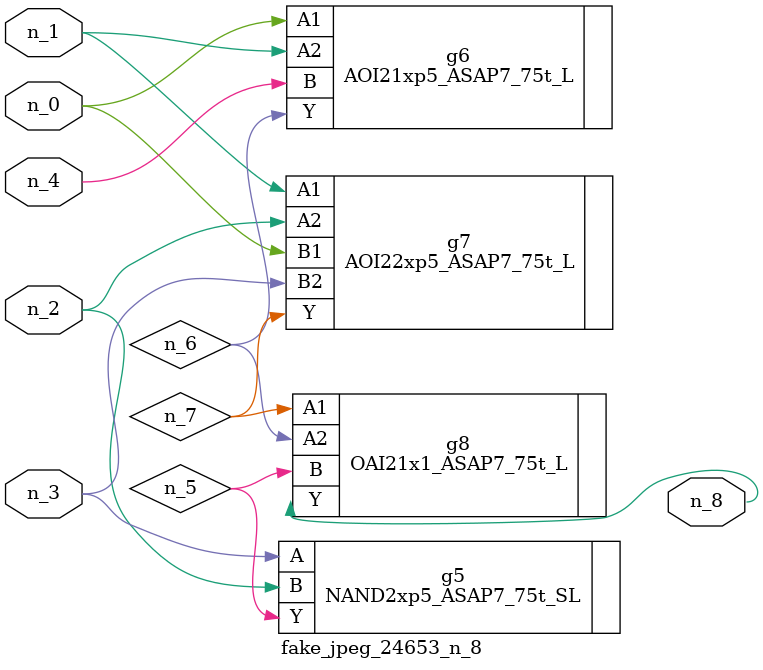
<source format=v>
module fake_jpeg_24653_n_8 (n_3, n_2, n_1, n_0, n_4, n_8);

input n_3;
input n_2;
input n_1;
input n_0;
input n_4;

output n_8;

wire n_6;
wire n_5;
wire n_7;

NAND2xp5_ASAP7_75t_SL g5 ( 
.A(n_3),
.B(n_2),
.Y(n_5)
);

AOI21xp5_ASAP7_75t_L g6 ( 
.A1(n_0),
.A2(n_1),
.B(n_4),
.Y(n_6)
);

AOI22xp5_ASAP7_75t_L g7 ( 
.A1(n_1),
.A2(n_2),
.B1(n_0),
.B2(n_3),
.Y(n_7)
);

OAI21x1_ASAP7_75t_L g8 ( 
.A1(n_7),
.A2(n_6),
.B(n_5),
.Y(n_8)
);


endmodule
</source>
